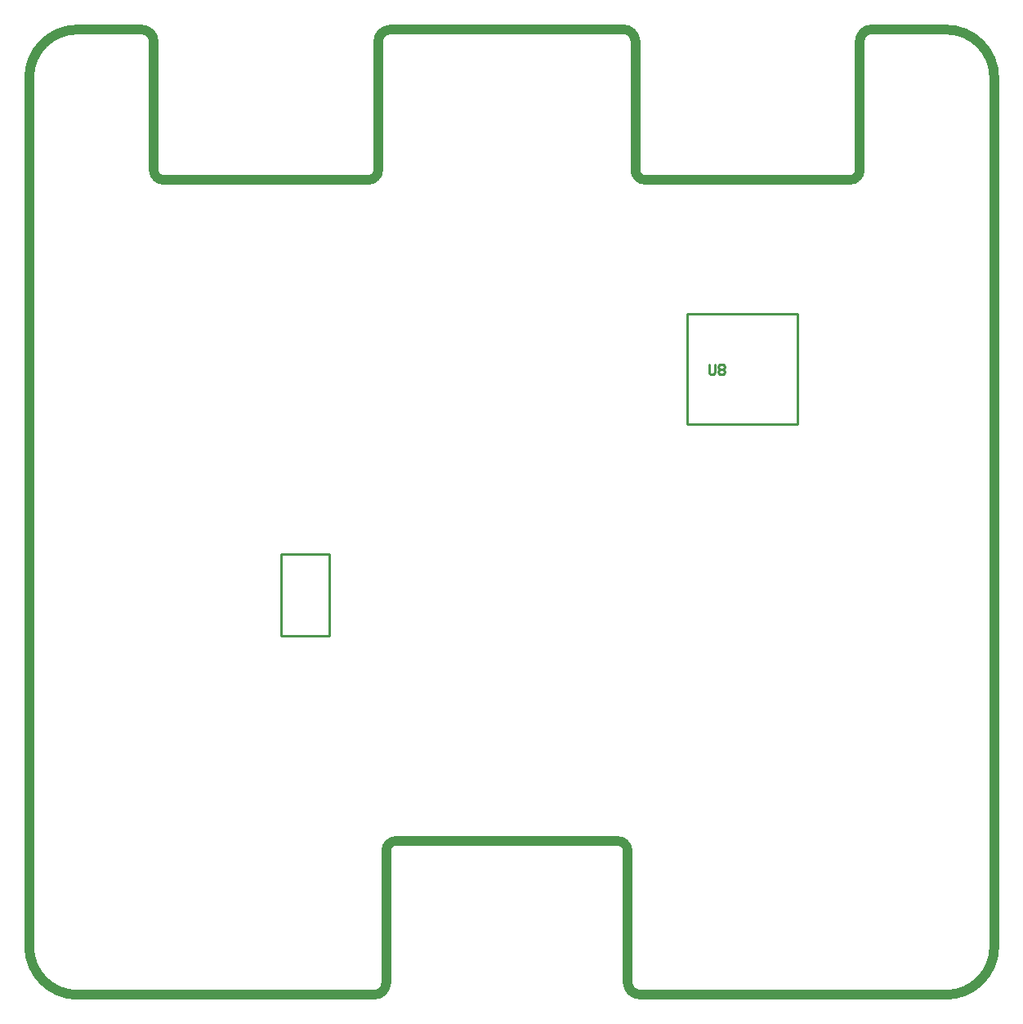
<source format=gbr>
%TF.GenerationSoftware,Altium Limited,Altium Designer,22.5.1 (42)*%
G04 Layer_Color=16711935*
%FSLAX44Y44*%
%MOMM*%
%TF.SameCoordinates,FC5E5A78-ED25-47B3-91C5-E03428921660*%
%TF.FilePolarity,Positive*%
%TF.FileFunction,Other,Mechanical_1*%
%TF.Part,Single*%
G01*
G75*
%TA.AperFunction,NonConductor*%
%ADD60C,0.2540*%
%ADD108C,1.0000*%
D60*
X300570Y91850D02*
Y206150D01*
X186270Y91850D02*
X300570D01*
X186270D02*
Y206150D01*
X300570D01*
X-234050Y-127750D02*
X-184050D01*
Y-42750D01*
X-234050D02*
X-184050D01*
X-234050Y-127750D02*
Y-42750D01*
X209130Y153917D02*
Y145586D01*
X210796Y143920D01*
X214128D01*
X215795Y145586D01*
Y153917D01*
X219127Y152251D02*
X220793Y153917D01*
X224125D01*
X225791Y152251D01*
Y150584D01*
X224125Y148918D01*
X225791Y147252D01*
Y145586D01*
X224125Y143920D01*
X220793D01*
X219127Y145586D01*
Y147252D01*
X220793Y148918D01*
X219127Y150584D01*
Y152251D01*
X220793Y148918D02*
X224125D01*
D108*
X-143500Y345000D02*
G03*
X-133500Y355000I0J10000D01*
G01*
X-366000D02*
G03*
X-356000Y345000I10000J0D01*
G01*
X133000Y488300D02*
G03*
X120300Y501000I-12700J0D01*
G01*
X133000Y355000D02*
G03*
X143000Y345000I10000J0D01*
G01*
X355500D02*
G03*
X365500Y355000I0J10000D01*
G01*
X378200Y501000D02*
G03*
X365500Y488300I0J-12700D01*
G01*
X-120800Y500680D02*
G03*
X-133500Y487980I0J-12700D01*
G01*
X-366000D02*
G03*
X-378700Y500680I-12700J0D01*
G01*
X125000Y-486300D02*
G03*
X137700Y-499000I12700J0D01*
G01*
X125000Y-350000D02*
G03*
X115000Y-340000I-10000J0D01*
G01*
X-137810Y-499320D02*
G03*
X-125110Y-486620I0J12700D01*
G01*
X-115110Y-340000D02*
G03*
X-125110Y-350000I0J-10000D01*
G01*
X-495110Y-449320D02*
G03*
X-445110Y-499320I50000J0D01*
G01*
X504890Y450680D02*
G03*
X454890Y500680I-50000J0D01*
G01*
Y-499320D02*
G03*
X504890Y-449320I0J50000D01*
G01*
X-445110Y500680D02*
G03*
X-495110Y450680I0J-50000D01*
G01*
X-366000Y355000D02*
Y487980D01*
X-356000Y345000D02*
X-143500D01*
X378200Y501000D02*
X454570D01*
X-85110Y500680D02*
X119980D01*
X133000Y355000D02*
Y488300D01*
X143000Y345000D02*
X353000D01*
X365500Y355000D02*
Y488300D01*
X-445110Y500680D02*
X-378700D01*
X-120800D02*
X-85110D01*
X-133500Y355000D02*
Y487980D01*
X38890Y-340000D02*
X114680D01*
X-446000Y-499320D02*
X-137810Y-499320D01*
X125000Y-486300D02*
Y-350000D01*
X137700Y-499000D02*
X454890D01*
X-125110Y-486620D02*
Y-350000D01*
X-115110Y-340000D02*
X38890Y-340000D01*
X504890Y-449320D02*
Y450680D01*
X-495110Y-449320D02*
Y450680D01*
%TF.MD5,b871d8b02530b16259a7a420ff527671*%
M02*

</source>
